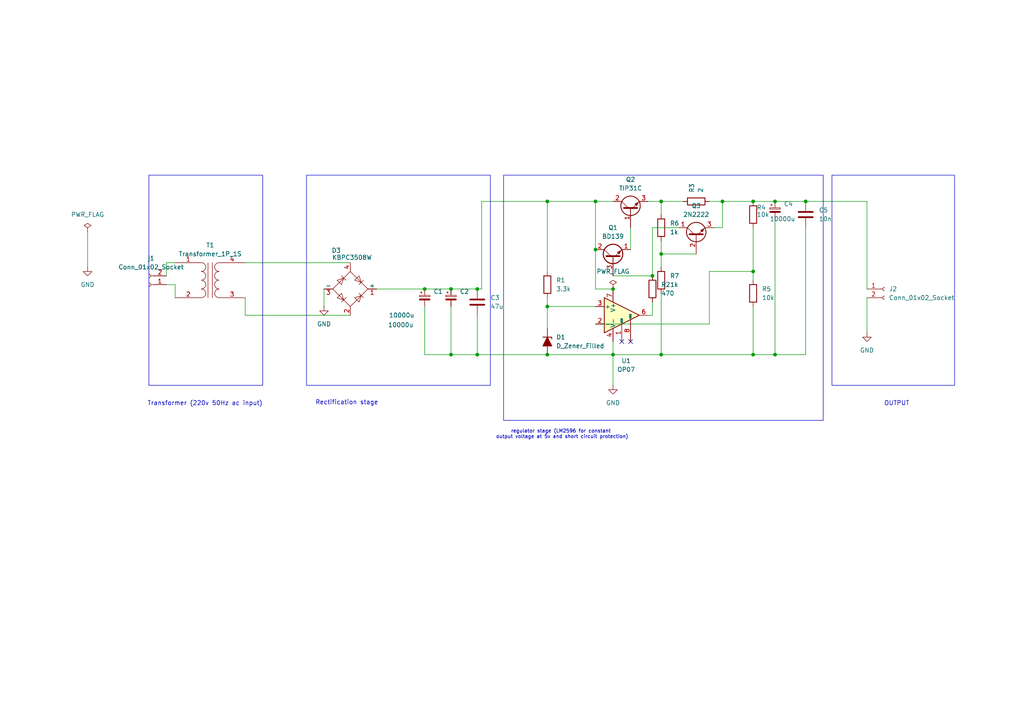
<source format=kicad_sch>
(kicad_sch (version 20231120) (generator "eeschema") (generator_version "8.0")
  (paper "A4")
  (lib_symbols
    (symbol "Amplifier_Operational:OP07" (pin_names (offset 0.127))
      (property "Reference" "U" (at 1.27 6.35 0))
      (property "Value" "OP07" (at 1.27 3.81 0))
      (symbol "OP07_0_1"
        (polyline (pts (xy -5.08 5.08) (xy 5.08 0) (xy -5.08 -5.08) (xy -5.08 5.08)) (stroke (width 0.254)) (fill (type background)))
      )
      (symbol "OP07_1_1"
        (pin input line (at 0 -7.62 90) (length 5.08) (name "VOS") (number "1"))
        (pin input line (at -7.62 -2.54 0) (length 2.54) (name "-") (number "2"))
        (pin input line (at -7.62 2.54 0) (length 2.54) (name "+") (number "3"))
        (pin power_in line (at -2.54 -7.62 90) (length 3.81) (name "V-") (number "4"))
        (pin no_connect line (at 0 2.54 270) (length 2.54) hide (name "NC") (number "5"))
        (pin output line (at 7.62 0 180) (length 2.54) (name "~") (number "6"))
        (pin power_in line (at -2.54 7.62 270) (length 3.81) (name "V+") (number "7"))
        (pin input line (at 2.54 -7.62 90) (length 6.35) (name "VOS") (number "8"))
      )
    )
    (symbol "Connector:Conn_01x02_Socket" (pin_names (offset 1.016) hide)
      (property "Reference" "J" (at 0 2.54 0))
      (property "Value" "Conn_01x02_Socket" (at 0 -5.08 0))
      (symbol "Conn_01x02_Socket_1_1"
        (arc (start 0 -2.032) (mid -0.5058 -2.54) (end 0 -3.048) (stroke (width 0.1524)))
        (polyline (pts (xy -1.27 -2.54) (xy -0.508 -2.54)) (stroke (width 0.1524)))
        (polyline (pts (xy -1.27 0) (xy -0.508 0)) (stroke (width 0.1524)))
        (arc (start 0 0.508) (mid -0.5058 0) (end 0 -0.508) (stroke (width 0.1524)))
        (pin passive line (at -5.08 0 0) (length 3.81) (name "Pin_1") (number "1"))
        (pin passive line (at -5.08 -2.54 0) (length 3.81) (name "Pin_2") (number "2"))
      )
    )
    (symbol "Device:C" (pin_numbers hide) (pin_names (offset 0.254))
      (property "Reference" "C" (at 0.635 2.54 0))
      (property "Value" "C" (at 0.635 -2.54 0))
      (symbol "C_0_1"
        (polyline (pts (xy -2.032 -0.762) (xy 2.032 -0.762)) (stroke (width 0.508)))
        (polyline (pts (xy -2.032 0.762) (xy 2.032 0.762)) (stroke (width 0.508)))
      )
      (symbol "C_1_1"
        (pin passive line (at 0 3.81 270) (length 2.794) (name "~") (number "1"))
        (pin passive line (at 0 -3.81 90) (length 2.794) (name "~") (number "2"))
      )
    )
    (symbol "Device:C_Polarized_Small" (pin_numbers hide) (pin_names (offset 0.254) hide)
      (property "Reference" "C" (at 0.254 1.778 0))
      (property "Value" "C_Polarized_Small" (at 0.254 -2.032 0))
      (symbol "C_Polarized_Small_0_1"
        (rectangle (start -1.524 -0.3048) (end 1.524 -0.6858) (fill (type outline)))
        (rectangle (start -1.524 0.6858) (end 1.524 0.3048))
        (polyline (pts (xy -1.27 1.524) (xy -0.762 1.524)))
        (polyline (pts (xy -1.016 1.27) (xy -1.016 1.778)))
      )
      (symbol "C_Polarized_Small_1_1"
        (pin passive line (at 0 2.54 270) (length 1.8542) (name "~") (number "1"))
        (pin passive line (at 0 -2.54 90) (length 1.8542) (name "~") (number "2"))
      )
    )
    (symbol "Device:D_Zener_Filled" (pin_numbers hide) (pin_names (offset 1.016) hide)
      (property "Reference" "D" (at 0 2.54 0))
      (property "Value" "D_Zener_Filled" (at 0 -2.54 0))
      (symbol "D_Zener_Filled_0_1"
        (polyline (pts (xy 1.27 0) (xy -1.27 0)))
        (polyline (pts (xy -1.27 -1.27) (xy -1.27 1.27) (xy -0.762 1.27)) (stroke (width 0.254)))
        (polyline (pts (xy 1.27 -1.27) (xy 1.27 1.27) (xy -1.27 0) (xy 1.27 -1.27)) (stroke (width 0.254)) (fill (type outline)))
      )
      (symbol "D_Zener_Filled_1_1"
        (pin passive line (at -3.81 0 0) (length 2.54) (name "K") (number "1"))
        (pin passive line (at 3.81 0 180) (length 2.54) (name "A") (number "2"))
      )
    )
    (symbol "Device:R" (pin_numbers hide) (pin_names (offset 0))
      (property "Reference" "R" (at 2.032 0 90))
      (property "Value" "R" (at 0 0 90))
      (symbol "R_0_1"
        (rectangle (start -1.016 -2.54) (end 1.016 2.54) (stroke (width 0.254)))
      )
      (symbol "R_1_1"
        (pin passive line (at 0 3.81 270) (length 1.27) (name "~") (number "1"))
        (pin passive line (at 0 -3.81 90) (length 1.27) (name "~") (number "2"))
      )
    )
    (symbol "Device:Transformer_1P_1S" (pin_names (offset 1.016) hide)
      (property "Reference" "T" (at 0 6.35 0))
      (property "Value" "Transformer_1P_1S" (at 0 -7.62 0))
      (symbol "Transformer_1P_1S_0_1"
        (arc (start -2.54 -5.0546) (mid -1.6599 -4.6901) (end -1.27 -3.81))
        (arc (start -2.54 -2.5146) (mid -1.6599 -2.1501) (end -1.27 -1.27))
        (arc (start -2.54 0.0254) (mid -1.6599 0.3899) (end -1.27 1.27))
        (arc (start -2.54 2.5654) (mid -1.6599 2.9299) (end -1.27 3.81))
        (arc (start -1.27 -3.81) (mid -1.642 -2.912) (end -2.54 -2.54))
        (arc (start -1.27 -1.27) (mid -1.642 -0.372) (end -2.54 0))
        (arc (start -1.27 1.27) (mid -1.642 2.168) (end -2.54 2.54))
        (arc (start -1.27 3.81) (mid -1.642 4.708) (end -2.54 5.08))
        (polyline (pts (xy -0.635 5.08) (xy -0.635 -5.08)))
        (polyline (pts (xy 0.635 -5.08) (xy 0.635 5.08)))
        (arc (start 1.2954 -1.27) (mid 1.6599 -2.1501) (end 2.54 -2.5146))
        (arc (start 1.2954 1.27) (mid 1.6599 0.3899) (end 2.54 0.0254))
        (arc (start 1.2954 3.81) (mid 1.6599 2.9299) (end 2.54 2.5654))
        (arc (start 1.3208 -3.81) (mid 1.6853 -4.6901) (end 2.5654 -5.0546))
        (arc (start 2.54 0) (mid 1.642 -0.372) (end 1.2954 -1.27))
        (arc (start 2.54 2.54) (mid 1.642 2.168) (end 1.2954 1.27))
        (arc (start 2.54 5.08) (mid 1.642 4.708) (end 1.2954 3.81))
        (arc (start 2.5654 -2.54) (mid 1.6674 -2.912) (end 1.3208 -3.81))
      )
      (symbol "Transformer_1P_1S_1_1"
        (pin passive line (at -10.16 5.08 0) (length 7.62) (name "AA") (number "1"))
        (pin passive line (at -10.16 -5.08 0) (length 7.62) (name "AB") (number "2"))
        (pin passive line (at 10.16 -5.08 180) (length 7.62) (name "SA") (number "3"))
        (pin passive line (at 10.16 5.08 180) (length 7.62) (name "SB") (number "4"))
      )
    )
    (symbol "Diode_Bridge:KBPC3508W" (pin_names (offset 0))
      (property "Reference" "D" (at 7.62 7.62 0))
      (property "Value" "KBPC3508W" (at 7.62 5.08 0))
      (symbol "KBPC3508W_0_1"
        (polyline (pts (xy -2.54 3.81) (xy -1.27 2.54)))
        (polyline (pts (xy -1.27 -2.54) (xy -2.54 -3.81)))
        (polyline (pts (xy 2.54 -1.27) (xy 3.81 -2.54)))
        (polyline (pts (xy 2.54 1.27) (xy 3.81 2.54)))
        (polyline (pts (xy -3.81 2.54) (xy -2.54 1.27) (xy -1.905 3.175) (xy -3.81 2.54)))
        (polyline (pts (xy -2.54 -1.27) (xy -3.81 -2.54) (xy -1.905 -3.175) (xy -2.54 -1.27)))
        (polyline (pts (xy 1.27 2.54) (xy 2.54 3.81) (xy 3.175 1.905) (xy 1.27 2.54)))
        (polyline (pts (xy 3.175 -1.905) (xy 1.27 -2.54) (xy 2.54 -3.81) (xy 3.175 -1.905)))
        (polyline (pts (xy -5.08 0) (xy 0 -5.08) (xy 5.08 0) (xy 0 5.08) (xy -5.08 0)))
      )
      (symbol "KBPC3508W_1_1"
        (pin passive line (at 7.62 0 180) (length 2.54) (name "+") (number "1"))
        (pin passive line (at 0 -7.62 90) (length 2.54) (name "~") (number "2"))
        (pin passive line (at -7.62 0 0) (length 2.54) (name "-") (number "3"))
        (pin passive line (at 0 7.62 270) (length 2.54) (name "~") (number "4"))
      )
    )
    (symbol "Transistor_BJT:BC547" (pin_names (offset 0) hide)
      (property "Reference" "Q" (at 5.08 1.905 0))
      (property "Value" "BC547" (at 5.08 0 0))
      (symbol "BC547_0_1"
        (polyline (pts (xy 0 0) (xy 0.635 0)))
        (polyline (pts (xy 0.635 0.635) (xy 2.54 2.54)))
        (polyline (pts (xy 0.635 -0.635) (xy 2.54 -2.54) (xy 2.54 -2.54)))
        (polyline (pts (xy 0.635 1.905) (xy 0.635 -1.905) (xy 0.635 -1.905)) (stroke (width 0.508)))
        (polyline (pts (xy 1.27 -1.778) (xy 1.778 -1.27) (xy 2.286 -2.286) (xy 1.27 -1.778) (xy 1.27 -1.778)) (fill (type outline)))
        (circle (center 1.27 0) (radius 2.8194) (stroke (width 0.254)))
      )
      (symbol "BC547_1_1"
        (pin passive line (at 2.54 5.08 270) (length 2.54) (name "C") (number "1"))
        (pin input line (at -5.08 0 0) (length 5.08) (name "B") (number "2"))
        (pin passive line (at 2.54 -5.08 90) (length 2.54) (name "E") (number "3"))
      )
    )
    (symbol "Transistor_BJT:BD139" (pin_names (offset 0) hide)
      (property "Reference" "Q" (at 5.08 1.905 0))
      (property "Value" "BD139" (at 5.08 0 0))
      (symbol "BD139_0_1"
        (polyline (pts (xy 0 0) (xy 0.635 0)))
        (polyline (pts (xy 2.54 -2.54) (xy 0.635 -0.635)))
        (polyline (pts (xy 2.54 2.54) (xy 0.635 0.635)))
        (polyline (pts (xy 0.635 1.905) (xy 0.635 -1.905) (xy 0.635 -1.905)) (stroke (width 0.508)) (fill (type outline)))
        (polyline (pts (xy 1.2446 -1.778) (xy 1.7526 -1.27) (xy 2.286 -2.286) (xy 1.2446 -1.778) (xy 1.2446 -1.778)) (fill (type outline)))
        (circle (center 1.27 0) (radius 2.8194) (stroke (width 0.3048)))
      )
      (symbol "BD139_1_1"
        (pin passive line (at 2.54 -5.08 90) (length 2.54) (name "E") (number "1"))
        (pin passive line (at 2.54 5.08 270) (length 2.54) (name "C") (number "2"))
        (pin input line (at -5.08 0 0) (length 5.08) (name "B") (number "3"))
      )
    )
    (symbol "Transistor_BJT:TIP41" (pin_names (offset 0) hide)
      (property "Reference" "Q" (at 6.35 1.905 0))
      (property "Value" "TIP41" (at 6.35 0 0))
      (symbol "TIP41_0_1"
        (polyline (pts (xy 0.635 0.635) (xy 2.54 2.54)))
        (polyline (pts (xy 0.635 -0.635) (xy 2.54 -2.54) (xy 2.54 -2.54)))
        (polyline (pts (xy 0.635 1.905) (xy 0.635 -1.905) (xy 0.635 -1.905)) (stroke (width 0.508)))
        (polyline (pts (xy 1.27 -1.778) (xy 1.778 -1.27) (xy 2.286 -2.286) (xy 1.27 -1.778) (xy 1.27 -1.778)) (fill (type outline)))
        (circle (center 1.27 0) (radius 2.8194) (stroke (width 0.254)))
      )
      (symbol "TIP41_1_1"
        (pin input line (at -5.08 0 0) (length 5.715) (name "B") (number "1"))
        (pin passive line (at 2.54 5.08 270) (length 2.54) (name "C") (number "2"))
        (pin passive line (at 2.54 -5.08 90) (length 2.54) (name "E") (number "3"))
      )
    )
    (symbol "power:GND" (power) (pin_numbers hide) (pin_names (offset 0) hide)
      (property "Value" "GND" (at 0 -3.81 0))
      (symbol "GND_0_1"
        (polyline (pts (xy 0 0) (xy 0 -1.27) (xy 1.27 -1.27) (xy 0 -2.54) (xy -1.27 -1.27) (xy 0 -1.27)))
      )
      (symbol "GND_1_1"
        (pin power_in line (at 0 0 270) (length 0) (name "~") (number "1"))
      )
    )
    (symbol "power:PWR_FLAG" (power) (pin_numbers hide) (pin_names (offset 0) hide)
      (property "Value" "PWR_FLAG" (at 0 3.81 0))
      (symbol "PWR_FLAG_0_0"
        (pin power_out line (at 0 0 90) (length 0) (name "~") (number "1"))
      )
      (symbol "PWR_FLAG_0_1"
        (polyline (pts (xy 0 0) (xy 0 1.27) (xy -1.016 1.905) (xy 0 2.54) (xy 1.016 1.905) (xy 0 1.27)))
      )
    )
  )
  (junction (at 177.8 83.82))
  (junction (at 158.75 88.9))
  (junction (at 158.75 102.87))
  (junction (at 189.23 80.01))
  (junction (at 138.43 83.82))
  (junction (at 191.77 102.87))
  (junction (at 218.44 58.42))
  (junction (at 172.72 58.42))
  (junction (at 224.79 58.42))
  (junction (at 218.44 102.87))
  (junction (at 130.81 83.82))
  (junction (at 130.81 102.87))
  (junction (at 177.8 102.87))
  (junction (at 158.75 58.42))
  (junction (at 233.68 58.42))
  (junction (at 218.44 78.74))
  (junction (at 191.77 73.66))
  (junction (at 172.72 72.39))
  (junction (at 191.77 58.42))
  (junction (at 209.55 58.42))
  (junction (at 224.79 102.87))
  (junction (at 123.19 83.82))
  (junction (at 138.43 102.87))
  (no_connect (at 180.34 99.06))
  (no_connect (at 182.88 99.06))
  (wire (pts (xy 187.96 58.42) (xy 191.77 58.42)))
  (wire (pts (xy 71.12 76.2) (xy 101.6 76.2)))
  (wire (pts (xy 233.68 102.87) (xy 224.79 102.87)))
  (wire (pts (xy 209.55 58.42) (xy 209.55 66.04)))
  (wire (pts (xy 48.26 82.55) (xy 50.8 82.55)))
  (wire (pts (xy 177.8 99.06) (xy 177.8 102.87)))
  (wire (pts (xy 71.12 86.36) (xy 71.12 91.44)))
  (wire (pts (xy 218.44 66.04) (xy 218.44 78.74)))
  (wire (pts (xy 189.23 91.44) (xy 189.23 87.63)))
  (wire (pts (xy 177.8 83.82) (xy 172.72 83.82)))
  (wire (pts (xy 177.8 102.87) (xy 158.75 102.87)))
  (wire (pts (xy 158.75 78.74) (xy 158.75 58.42)))
  (wire (pts (xy 48.26 76.2) (xy 48.26 80.01)))
  (wire (pts (xy 158.75 86.36) (xy 158.75 88.9)))
  (wire (pts (xy 172.72 58.42) (xy 172.72 72.39)))
  (wire (pts (xy 205.74 78.74) (xy 205.74 93.98)))
  (wire (pts (xy 139.7 83.82) (xy 139.7 58.42)))
  (wire (pts (xy 224.79 102.87) (xy 218.44 102.87)))
  (wire (pts (xy 158.75 88.9) (xy 158.75 95.25)))
  (wire (pts (xy 123.19 102.87) (xy 130.81 102.87)))
  (wire (pts (xy 25.4 67.31) (xy 25.4 77.47)))
  (wire (pts (xy 191.77 73.66) (xy 191.77 77.47)))
  (wire (pts (xy 109.22 83.82) (xy 123.19 83.82)))
  (wire (pts (xy 130.81 88.9) (xy 130.81 102.87)))
  (wire (pts (xy 191.77 102.87) (xy 177.8 102.87)))
  (wire (pts (xy 172.72 83.82) (xy 172.72 72.39)))
  (wire (pts (xy 123.19 88.9) (xy 123.19 102.87)))
  (wire (pts (xy 191.77 58.42) (xy 198.12 58.42)))
  (wire (pts (xy 130.81 102.87) (xy 138.43 102.87)))
  (wire (pts (xy 177.8 80.01) (xy 189.23 80.01)))
  (wire (pts (xy 71.12 91.44) (xy 101.6 91.44)))
  (wire (pts (xy 191.77 73.66) (xy 201.93 73.66)))
  (wire (pts (xy 158.75 88.9) (xy 172.72 88.9)))
  (wire (pts (xy 123.19 83.82) (xy 130.81 83.82)))
  (wire (pts (xy 218.44 58.42) (xy 224.79 58.42)))
  (wire (pts (xy 251.46 86.36) (xy 251.46 96.52)))
  (wire (pts (xy 233.68 58.42) (xy 251.46 58.42)))
  (wire (pts (xy 218.44 78.74) (xy 218.44 81.28)))
  (wire (pts (xy 50.8 82.55) (xy 50.8 86.36)))
  (wire (pts (xy 205.74 78.74) (xy 218.44 78.74)))
  (wire (pts (xy 158.75 58.42) (xy 172.72 58.42)))
  (wire (pts (xy 209.55 58.42) (xy 205.74 58.42)))
  (wire (pts (xy 93.98 83.82) (xy 93.98 88.9)))
  (wire (pts (xy 48.26 76.2) (xy 50.8 76.2)))
  (wire (pts (xy 191.77 85.09) (xy 191.77 102.87)))
  (wire (pts (xy 172.72 58.42) (xy 177.8 58.42)))
  (wire (pts (xy 251.46 58.42) (xy 251.46 83.82)))
  (wire (pts (xy 138.43 102.87) (xy 158.75 102.87)))
  (wire (pts (xy 189.23 66.04) (xy 189.23 80.01)))
  (wire (pts (xy 218.44 102.87) (xy 191.77 102.87)))
  (wire (pts (xy 224.79 58.42) (xy 233.68 58.42)))
  (wire (pts (xy 191.77 69.85) (xy 191.77 73.66)))
  (wire (pts (xy 207.01 66.04) (xy 209.55 66.04)))
  (wire (pts (xy 191.77 58.42) (xy 191.77 62.23)))
  (wire (pts (xy 139.7 58.42) (xy 158.75 58.42)))
  (wire (pts (xy 233.68 66.04) (xy 233.68 102.87)))
  (wire (pts (xy 138.43 91.44) (xy 138.43 102.87)))
  (wire (pts (xy 218.44 88.9) (xy 218.44 102.87)))
  (wire (pts (xy 182.88 66.04) (xy 182.88 72.39)))
  (wire (pts (xy 172.72 93.98) (xy 205.74 93.98)))
  (wire (pts (xy 177.8 102.87) (xy 177.8 111.76)))
  (wire (pts (xy 130.81 83.82) (xy 138.43 83.82)))
  (wire (pts (xy 224.79 63.5) (xy 224.79 102.87)))
  (wire (pts (xy 209.55 58.42) (xy 218.44 58.42)))
  (wire (pts (xy 187.96 91.44) (xy 189.23 91.44)))
  (wire (pts (xy 138.43 83.82) (xy 139.7 83.82)))
  (wire (pts (xy 196.85 66.04) (xy 189.23 66.04)))
  (rectangle (start 43.18 50.8) (end 76.2 111.76))
  (rectangle (start 241.3 50.8) (end 276.86 111.76))
  (rectangle (start 146.05 50.8) (end 238.76 121.92))
  (rectangle (start 88.9 50.8) (end 142.24 111.76))
  (text "Rectification stage" (at 100.584 116.84 0) (effects (font (size 1.27 1.27))))
  (text "Transformer (220v 50Hz ac input) " (at 59.944 117.094 0) (effects (font (size 1.27 1.27))))
  (text "regulator stage (LM2596 for constant \noutput voltage at 5v and short circuit protection)\n" (at 163.068 125.984 0) (effects (font (size 1 1))))
  (text "OUTPUT\n" (at 260.096 117.094 0) (effects (font (size 1.27 1.27))))
  (symbol (lib_id "power:GND") (at 251.46 96.52 0) (unit 1)
    (property "Reference" "#PWR09" (effects (hide yes)))
    (property "Value" "GND" (at 251.46 101.6 0))
    (property "Description" "Power symbol creates a global label with name \"GND\" , ground" (effects (hide yes)))
  )
  (symbol (lib_id "Device:Transformer_1P_1S") (at 60.96 81.28 0) (unit 1)
    (property "Reference" "T1" (at 60.9727 71.12 0))
    (property "Value" "Transformer_1P_1S" (at 60.9727 73.66 0))
    (property "Footprint" "Transformer_THT:Transformer_Zeming_ZMPT101K" (effects (hide yes)))
    (property "Description" "Transformer, single primary, single secondary" (effects (hide yes)))
  )
  (symbol (lib_id "Device:C_Polarized_Small") (at 123.19 86.36 0) (unit 1)
    (property "Reference" "C1" (at 125.73 84.5438 0) (effects (justify left)))
    (property "Value" "10000u" (at 112.776 91.44 0) (effects (justify left)))
    (property "Footprint" "Capacitor_THT:CP_Radial_D10.0mm_P2.50mm" (effects (hide yes)))
    (property "Description" "Polarized capacitor, small symbol" (effects (hide yes)))
  )
  (symbol (lib_id "Device:D_Zener_Filled") (at 158.75 99.06 270) (unit 1)
    (property "Reference" "D1" (at 161.29 97.7899 90) (effects (justify left)))
    (property "Value" "D_Zener_Filled" (at 161.29 100.3299 90) (effects (justify left)))
    (property "Footprint" "Diode_THT:D_5W_P12.70mm_Horizontal" (effects (hide yes)))
    (property "Description" "Zener diode, filled shape" (effects (hide yes)))
  )
  (symbol (lib_id "Connector:Conn_01x02_Socket") (at 256.54 83.82 0) (unit 1)
    (property "Reference" "J2" (at 257.81 83.8199 0) (effects (justify left)))
    (property "Value" "Conn_01x02_Socket" (at 257.81 86.3599 0) (effects (justify left)))
    (property "Footprint" "Connector:JWT_A3963_1x02_P3.96mm_Vertical" (effects (hide yes)))
    (property "Description" "Generic connector, single row, 01x02, script generated" (effects (hide yes)))
  )
  (symbol (lib_id "Device:R") (at 218.44 85.09 0) (unit 1)
    (property "Reference" "R5" (at 220.98 83.8199 0) (effects (justify left)))
    (property "Value" "10k" (at 220.98 86.3599 0) (effects (justify left)))
    (property "Footprint" "Resistor_THT:R_Axial_DIN0414_L11.9mm_D4.5mm_P20.32mm_Horizontal" (effects (hide yes)))
    (property "Description" "Resistor" (effects (hide yes)))
  )
  (symbol (lib_id "Device:C") (at 138.43 87.63 0) (unit 1)
    (property "Reference" "C3" (at 142.24 86.3599 0) (effects (justify left)))
    (property "Value" "47u" (at 142.24 88.8999 0) (effects (justify left)))
    (property "Footprint" "Capacitor_THT:C_Rect_L4.6mm_W4.6mm_P2.50mm_MKS02_FKP02" (effects (hide yes)))
    (property "Description" "Unpolarized capacitor" (effects (hide yes)))
  )
  (symbol (lib_id "Transistor_BJT:BC547") (at 201.93 68.58 90) (unit 1)
    (property "Reference" "Q3" (at 201.93 59.69 90))
    (property "Value" "2N2222" (at 201.93 62.23 90))
    (property "Footprint" "Package_TO_SOT_THT:TO-92_Inline" (effects (hide yes)))
    (property "Datasheet" "https://www.onsemi.com/pub/Collateral/BC550-D.pdf" (effects (hide yes)))
    (property "Description" "0.1A Ic, 45V Vce, Small Signal NPN Transistor, TO-92" (effects (hide yes)))
  )
  (symbol (lib_id "Device:C") (at 233.68 62.23 0) (unit 1)
    (property "Reference" "C5" (at 237.49 60.9599 0) (effects (justify left)))
    (property "Value" "10n" (at 237.49 63.4999 0) (effects (justify left)))
    (property "Footprint" "Capacitor_THT:C_Rect_L4.6mm_W3.0mm_P2.50mm_MKS02_FKP02" (effects (hide yes)))
    (property "Description" "Unpolarized capacitor" (effects (hide yes)))
  )
  (symbol (lib_id "power:PWR_FLAG") (at 25.4 67.31 0) (unit 1)
    (property "Reference" "#FLG01" (effects (hide yes)))
    (property "Value" "PWR_FLAG" (at 25.4 62.23 0))
    (property "Description" "Special symbol for telling ERC where power comes from" (effects (hide yes)))
  )
  (symbol (lib_id "Device:C_Polarized_Small") (at 224.79 60.96 0) (unit 1)
    (property "Reference" "C4" (at 227.33 59.1438 0) (effects (justify left)))
    (property "Value" "10000u" (at 223.266 63.5 0) (effects (justify left)))
    (property "Footprint" "Capacitor_THT:CP_Radial_D10.0mm_P2.50mm" (effects (hide yes)))
    (property "Description" "Polarized capacitor, small symbol" (effects (hide yes)))
  )
  (symbol (lib_id "Device:R") (at 191.77 81.28 0) (unit 1)
    (property "Reference" "R7" (at 194.31 80.0099 0) (effects (justify left)))
    (property "Value" "1k" (at 194.31 82.5499 0) (effects (justify left)))
    (property "Footprint" "Resistor_THT:R_Axial_DIN0207_L6.3mm_D2.5mm_P15.24mm_Horizontal" (effects (hide yes)))
    (property "Description" "Resistor" (effects (hide yes)))
  )
  (symbol (lib_id "power:PWR_FLAG") (at 177.8 83.82 0) (unit 1)
    (property "Reference" "#FLG02" (effects (hide yes)))
    (property "Value" "PWR_FLAG" (at 177.8 78.74 0))
    (property "Description" "Special symbol for telling ERC where power comes from" (effects (hide yes)))
  )
  (symbol (lib_id "Connector:Conn_01x02_Socket") (at 43.18 82.55 180) (unit 1)
    (property "Reference" "j1" (at 43.815 74.93 0))
    (property "Value" "Conn_01x02_Socket" (at 43.815 77.47 0))
    (property "Footprint" "Connector:JWT_A3963_1x02_P3.96mm_Vertical" (effects (hide yes)))
    (property "Description" "Generic connector, single row, 01x02, script generated" (effects (hide yes)))
  )
  (symbol (lib_id "Transistor_BJT:TIP41") (at 182.88 60.96 90) (unit 1)
    (property "Reference" "Q2" (at 182.88 52.07 90))
    (property "Value" "TIP31C" (at 182.88 54.61 90))
    (property "Footprint" "Package_TO_SOT_THT:TO-220-3_Vertical" (effects (hide yes)))
    (property "Datasheet" "https://www.centralsemi.com/get_document.php?cmp=1&mergetype=pd&mergepath=pd&pdf_id=tip41.PDF" (effects (hide yes)))
    (property "Description" "6A Ic, 40V Vce, Power NPN Transistor, TO-220" (effects (hide yes)))
  )
  (symbol (lib_id "Device:R") (at 218.44 62.23 0) (unit 1)
    (property "Reference" "R4" (at 219.456 60.198 0) (effects (justify left)))
    (property "Value" "10k" (at 219.456 62.23 0) (effects (justify left)))
    (property "Footprint" "Resistor_THT:R_Axial_DIN0414_L11.9mm_D4.5mm_P20.32mm_Horizontal" (effects (hide yes)))
    (property "Description" "Resistor" (effects (hide yes)))
  )
  (symbol (lib_id "Transistor_BJT:BD139") (at 177.8 74.93 90) (unit 1)
    (property "Reference" "Q1" (at 177.8 66.04 90))
    (property "Value" "BD139" (at 177.8 68.58 90))
    (property "Footprint" "Package_TO_SOT_THT:TO-126-3_Vertical" (effects (hide yes)))
    (property "Datasheet" "http://www.st.com/internet/com/TECHNICAL_RESOURCES/TECHNICAL_LITERATURE/DATASHEET/CD00001225.pdf" (effects (hide yes)))
    (property "Description" "1.5A Ic, 80V Vce, Low Voltage Transistor, TO-126" (effects (hide yes)))
  )
  (symbol (lib_id "Device:R") (at 158.75 82.55 0) (unit 1)
    (property "Reference" "R1" (at 161.29 81.2799 0) (effects (justify left)))
    (property "Value" "3.3k" (at 161.29 83.8199 0) (effects (justify left)))
    (property "Footprint" "Resistor_THT:R_Axial_DIN0414_L11.9mm_D4.5mm_P20.32mm_Horizontal" (effects (hide yes)))
    (property "Description" "Resistor" (effects (hide yes)))
  )
  (symbol (lib_id "Amplifier_Operational:OP07") (at 180.34 91.44 0) (unit 1)
    (property "Reference" "U1" (at 181.61 104.648 0))
    (property "Value" "OP07" (at 181.61 107.188 0))
    (property "Footprint" "Package_DIP:DIP-8_W7.62mm" (effects (hide yes)))
    (property "Datasheet" "https://www.analog.com/media/en/technical-documentation/data-sheets/OP07.pdf" (effects (hide yes)))
    (property "Description" "Single Ultra-Low Offset Voltage Operational Amplifier, DIP-8/SOIC-8" (effects (hide yes)))
  )
  (symbol (lib_id "Diode_Bridge:KBPC3508W") (at 101.6 83.82 0) (unit 1)
    (property "Reference" "D3" (at 97.536 72.644 0))
    (property "Value" "KBPC3508W" (at 102.108 74.676 0))
    (property "Footprint" "Diode_THT:Diode_Bridge_GeneSiC_KBPC_W" (effects (hide yes)))
    (property "Datasheet" "https://www.diodemodule.com/bridge-rectifier/kbpc/kbpc3508t.pdf" (effects (hide yes)))
    (property "Description" "Single-Phase Bridge Rectifier, 560V Vrms, 35A If, KBPC-W(WS)" (effects (hide yes)))
  )
  (symbol (lib_id "Device:R") (at 189.23 83.82 0) (unit 1)
    (property "Reference" "R2" (at 191.77 82.5499 0) (effects (justify left)))
    (property "Value" "470" (at 191.77 85.0899 0) (effects (justify left)))
    (property "Footprint" "Resistor_THT:R_Axial_DIN0414_L11.9mm_D4.5mm_P20.32mm_Horizontal" (effects (hide yes)))
    (property "Description" "Resistor" (effects (hide yes)))
  )
  (symbol (lib_id "Device:R") (at 201.93 58.42 90) (unit 1)
    (property "Reference" "R3" (at 200.6599 55.88 0) (effects (justify left)))
    (property "Value" "2" (at 203.1999 55.88 0) (effects (justify left)))
    (property "Footprint" "Resistor_THT:R_Axial_DIN0414_L11.9mm_D4.5mm_P20.32mm_Horizontal" (effects (hide yes)))
    (property "Description" "Resistor" (effects (hide yes)))
  )
  (symbol (lib_id "power:GND") (at 93.98 88.9 0) (unit 1)
    (property "Reference" "#PWR02" (effects (hide yes)))
    (property "Value" "GND" (at 93.98 93.98 0))
    (property "Description" "Power symbol creates a global label with name \"GND\" , ground" (effects (hide yes)))
  )
  (symbol (lib_id "Device:R") (at 191.77 66.04 0) (unit 1)
    (property "Reference" "R6" (at 194.31 64.7699 0) (effects (justify left)))
    (property "Value" "1k" (at 194.31 67.3099 0) (effects (justify left)))
    (property "Footprint" "Resistor_THT:R_Axial_DIN0309_L9.0mm_D3.2mm_P15.24mm_Horizontal" (effects (hide yes)))
    (property "Description" "Resistor" (effects (hide yes)))
  )
  (symbol (lib_id "power:GND") (at 177.8 111.76 0) (unit 1)
    (property "Reference" "#PWR03" (effects (hide yes)))
    (property "Value" "GND" (at 177.8 116.84 0))
    (property "Description" "Power symbol creates a global label with name \"GND\" , ground" (effects (hide yes)))
  )
  (symbol (lib_id "Device:C_Polarized_Small") (at 130.81 86.36 0) (unit 1)
    (property "Reference" "C2" (at 133.35 84.5438 0) (effects (justify left)))
    (property "Value" "10000u" (at 112.522 94.234 0) (effects (justify left)))
    (property "Footprint" "Capacitor_THT:CP_Radial_D10.0mm_P2.50mm" (effects (hide yes)))
    (property "Description" "Polarized capacitor, small symbol" (effects (hide yes)))
  )
  (symbol (lib_id "power:GND") (at 25.4 77.47 0) (unit 1)
    (property "Reference" "#PWR01" (effects (hide yes)))
    (property "Value" "GND" (at 25.4 82.55 0))
    (property "Description" "Power symbol creates a global label with name \"GND\" , ground" (effects (hide yes)))
  )
)
</source>
